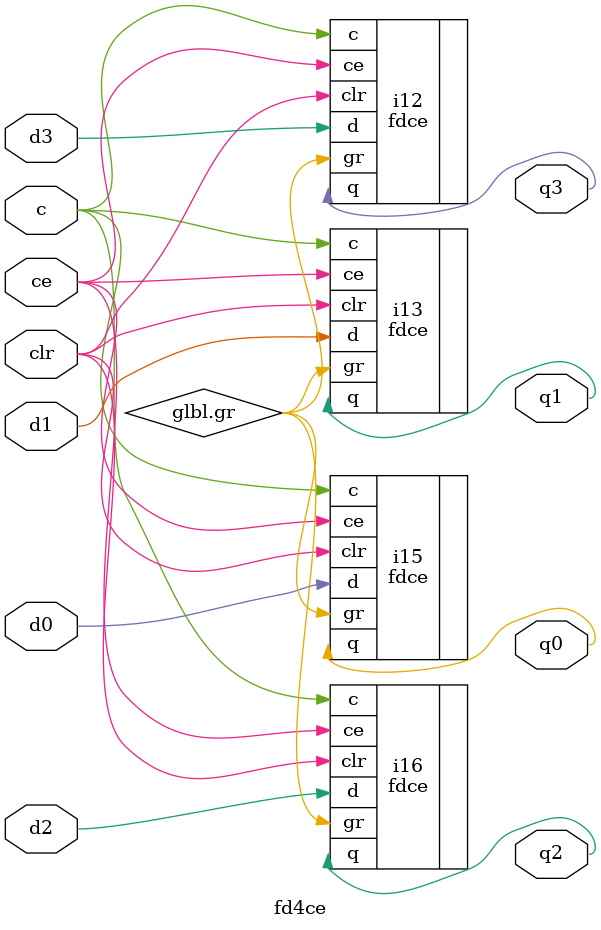
<source format=v>

module fd4ce (q0, q1, q2, q3, c, ce, clr, d0, d1, d2, d3 );
// generated by Concept HDL Direct Version 1.7 08-Aug-94
// on Wed Sep  7 10:34:05 1994
// from /usr3/xiltest/concept/lib/xm3000/fd4ce/logic

  parameter size = 0;

  output  q0;
  output  q1;
  output  q2;
  output  q3;
  input  c;
  input  ce;
  input  clr;
  input  d0;
  input  d1;
  input  d2;
  input  d3;
  // global signal glbl.gr;


// begin instances 

  fdce i12  (.c(c),
	.ce(ce),
	.clr(clr),
	.d(d3),
	.gr(glbl.gr),
	.q(q3));
  defparam i12.size = 1;

  fdce i13  (.c(c),
	.ce(ce),
	.clr(clr),
	.d(d1),
	.gr(glbl.gr),
	.q(q1));
  defparam i13.size = 1;

  fdce i15  (.c(c),
	.ce(ce),
	.clr(clr),
	.d(d0),
	.gr(glbl.gr),
	.q(q0));
  defparam i15.size = 1;

  fdce i16  (.c(c),
	.ce(ce),
	.clr(clr),
	.d(d2),
	.gr(glbl.gr),
	.q(q2));
  defparam i16.size = 1;

endmodule // fd4ce(logic) 

</source>
